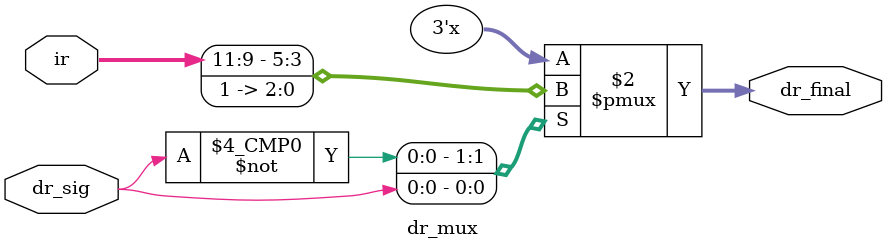
<source format=sv>
`timescale 1ns / 1ps

module dr_mux(
    input logic dr_sig,   //0 choose ir[11:9], 1 choose dr='111'
    input logic [15:0] ir,
    
    output logic [2:0] dr_final
    );

always_comb
begin
    case(dr_sig)
        1'b0:
        begin
            dr_final = ir[11:9];
        end
        
        1'b1:
        begin
            dr_final = 3'b111;
        end
    endcase
end
endmodule

</source>
